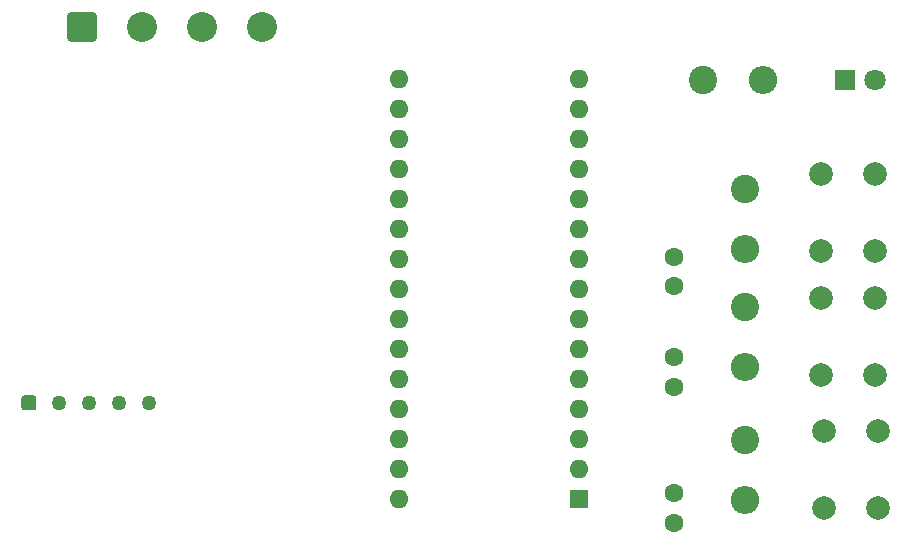
<source format=gbr>
%TF.GenerationSoftware,KiCad,Pcbnew,9.0.1-9.0.1-0~ubuntu24.04.1*%
%TF.CreationDate,2025-04-28T14:38:04+02:00*%
%TF.ProjectId,build_a_kicad_project_schematic,6275696c-645f-4615-9f6b-696361645f70,rev?*%
%TF.SameCoordinates,Original*%
%TF.FileFunction,Soldermask,Bot*%
%TF.FilePolarity,Negative*%
%FSLAX46Y46*%
G04 Gerber Fmt 4.6, Leading zero omitted, Abs format (unit mm)*
G04 Created by KiCad (PCBNEW 9.0.1-9.0.1-0~ubuntu24.04.1) date 2025-04-28 14:38:04*
%MOMM*%
%LPD*%
G01*
G04 APERTURE LIST*
G04 Aperture macros list*
%AMRoundRect*
0 Rectangle with rounded corners*
0 $1 Rounding radius*
0 $2 $3 $4 $5 $6 $7 $8 $9 X,Y pos of 4 corners*
0 Add a 4 corners polygon primitive as box body*
4,1,4,$2,$3,$4,$5,$6,$7,$8,$9,$2,$3,0*
0 Add four circle primitives for the rounded corners*
1,1,$1+$1,$2,$3*
1,1,$1+$1,$4,$5*
1,1,$1+$1,$6,$7*
1,1,$1+$1,$8,$9*
0 Add four rect primitives between the rounded corners*
20,1,$1+$1,$2,$3,$4,$5,0*
20,1,$1+$1,$4,$5,$6,$7,0*
20,1,$1+$1,$6,$7,$8,$9,0*
20,1,$1+$1,$8,$9,$2,$3,0*%
G04 Aperture macros list end*
%ADD10RoundRect,0.381000X-0.889000X-0.889000X0.889000X-0.889000X0.889000X0.889000X-0.889000X0.889000X0*%
%ADD11C,2.540000*%
%ADD12R,1.800000X1.800000*%
%ADD13C,1.800000*%
%ADD14RoundRect,0.190500X-0.444500X-0.444500X0.444500X-0.444500X0.444500X0.444500X-0.444500X0.444500X0*%
%ADD15C,1.270000*%
%ADD16C,2.000000*%
%ADD17C,2.400000*%
%ADD18O,2.400000X2.400000*%
%ADD19C,1.600000*%
%ADD20R,1.600000X1.600000*%
%ADD21O,1.600000X1.600000*%
G04 APERTURE END LIST*
D10*
%TO.C,U2*%
X120880000Y-71070000D03*
D11*
X125960000Y-71070000D03*
X131040000Y-71070000D03*
X136120000Y-71070000D03*
%TD*%
D12*
%TO.C,D1*%
X185460000Y-75500000D03*
D13*
X188000000Y-75500000D03*
%TD*%
D14*
%TO.C,U1*%
X116420000Y-102920000D03*
D15*
X118960000Y-102920000D03*
X121500000Y-102920000D03*
X124040000Y-102920000D03*
X126580000Y-102920000D03*
%TD*%
D16*
%TO.C,UP*%
X188000000Y-94000000D03*
X188000000Y-100500000D03*
X183500000Y-94000000D03*
X183500000Y-100500000D03*
%TD*%
D17*
%TO.C,R3*%
X177000000Y-106000000D03*
D18*
X177000000Y-111080000D03*
%TD*%
D17*
%TO.C,R2*%
X177000000Y-94760000D03*
D18*
X177000000Y-99840000D03*
%TD*%
D16*
%TO.C,DOWN*%
X188250000Y-105240000D03*
X188250000Y-111740000D03*
X183750000Y-105240000D03*
X183750000Y-111740000D03*
%TD*%
D19*
%TO.C,C2*%
X171000000Y-99000000D03*
X171000000Y-101500000D03*
%TD*%
D16*
%TO.C,MENU*%
X188000000Y-83500000D03*
X188000000Y-90000000D03*
X183500000Y-83500000D03*
X183500000Y-90000000D03*
%TD*%
D17*
%TO.C,R1*%
X177000000Y-84760000D03*
D18*
X177000000Y-89840000D03*
%TD*%
D20*
%TO.C,A1*%
X163000000Y-111000000D03*
D21*
X163000000Y-108460000D03*
X163000000Y-105920000D03*
X163000000Y-103380000D03*
X163000000Y-100840000D03*
X163000000Y-98300000D03*
X163000000Y-95760000D03*
X163000000Y-93220000D03*
X163000000Y-90680000D03*
X163000000Y-88140000D03*
X163000000Y-85600000D03*
X163000000Y-83060000D03*
X163000000Y-80520000D03*
X163000000Y-77980000D03*
X163000000Y-75440000D03*
X147760000Y-75440000D03*
X147760000Y-77980000D03*
X147760000Y-80520000D03*
X147760000Y-83060000D03*
X147760000Y-85600000D03*
X147760000Y-88140000D03*
X147760000Y-90680000D03*
X147760000Y-93220000D03*
X147760000Y-95760000D03*
X147760000Y-98300000D03*
X147760000Y-100840000D03*
X147760000Y-103380000D03*
X147760000Y-105920000D03*
X147760000Y-108460000D03*
X147760000Y-111000000D03*
%TD*%
D19*
%TO.C,C1*%
X171000000Y-90500000D03*
X171000000Y-93000000D03*
%TD*%
%TO.C,C3*%
X171000000Y-113000000D03*
X171000000Y-110500000D03*
%TD*%
D17*
%TO.C,R4*%
X173500000Y-75500000D03*
D18*
X178580000Y-75500000D03*
%TD*%
M02*

</source>
